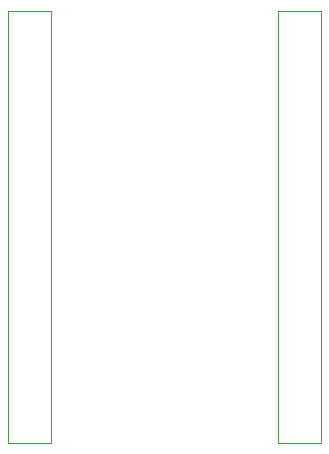
<source format=gbr>
%TF.GenerationSoftware,KiCad,Pcbnew,5.1.4-3.fc31*%
%TF.CreationDate,2019-11-27T18:40:14+01:00*%
%TF.ProjectId,SSOP-28_5.3x10.2mm_P0.65,53534f50-2d32-4385-9f35-2e337831302e,1.0*%
%TF.SameCoordinates,PX791ddc0PY6350ce0*%
%TF.FileFunction,Other,User*%
%FSLAX46Y46*%
G04 Gerber Fmt 4.6, Leading zero omitted, Abs format (unit mm)*
G04 Created by KiCad (PCBNEW 5.1.4-3.fc31) date 2019-11-27 18:40:14*
%MOMM*%
%LPD*%
G04 APERTURE LIST*
%ADD10C,0.050000*%
G04 APERTURE END LIST*
D10*
%TO.C,J1*%
X4340000Y37360000D02*
X4340000Y760000D01*
X4340000Y760000D02*
X740000Y760000D01*
X740000Y760000D02*
X740000Y37360000D01*
X740000Y37360000D02*
X4340000Y37360000D01*
%TO.C,J2*%
X23600000Y37360000D02*
X27200000Y37360000D01*
X23600000Y760000D02*
X23600000Y37360000D01*
X27200000Y760000D02*
X23600000Y760000D01*
X27200000Y37360000D02*
X27200000Y760000D01*
%TD*%
M02*

</source>
